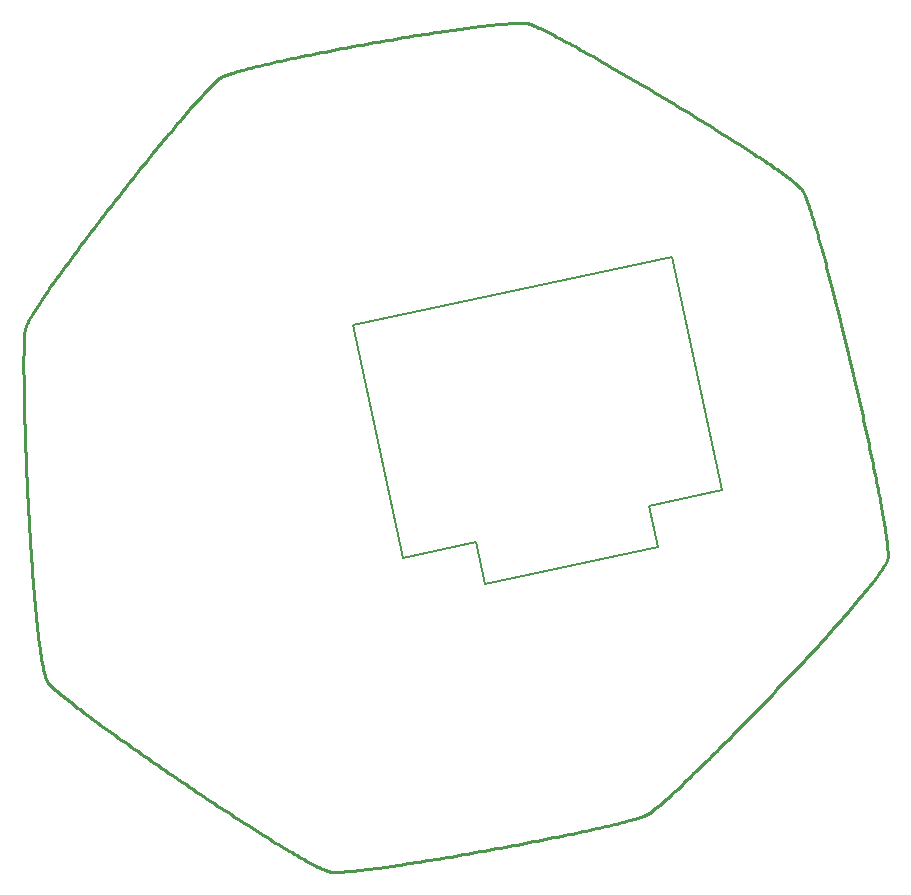
<source format=gbr>
%TF.GenerationSoftware,KiCad,Pcbnew,5.0.2-bee76a0~70~ubuntu18.04.1*%
%TF.CreationDate,2019-02-12T23:17:40+02:00*%
%TF.ProjectId,BLE-NFC-Badge,424c452d-4e46-4432-9d42-616467652e6b,rev?*%
%TF.SameCoordinates,Original*%
%TF.FileFunction,Profile,NP*%
%FSLAX46Y46*%
G04 Gerber Fmt 4.6, Leading zero omitted, Abs format (unit mm)*
G04 Created by KiCad (PCBNEW 5.0.2-bee76a0~70~ubuntu18.04.1) date Tue 12 Feb 2019 11:17:40 PM EET*
%MOMM*%
%LPD*%
G01*
G04 APERTURE LIST*
%ADD10C,0.200000*%
%ADD11C,0.295621*%
G04 APERTURE END LIST*
D10*
X173667010Y-127520488D02*
X172918528Y-123999157D01*
X188339224Y-124401813D02*
X173667010Y-127520488D01*
X187590742Y-120880481D02*
X188339224Y-124401813D01*
X193753072Y-119570638D02*
X187590742Y-120880481D01*
X162556382Y-105550419D02*
X189553256Y-99812056D01*
X166756198Y-125309000D02*
X162556382Y-105550419D01*
X172918528Y-123999157D02*
X166756198Y-125309000D01*
X189553256Y-99812056D02*
X193753072Y-119570638D01*
D11*
X187544739Y-146959292D02*
X187488013Y-146992632D01*
X187608622Y-146918185D02*
X187544739Y-146959292D01*
X187679528Y-146869447D02*
X187608622Y-146918185D01*
X187757322Y-146813210D02*
X187679528Y-146869447D01*
X187841870Y-146749609D02*
X187757322Y-146813210D01*
X187933037Y-146678777D02*
X187841870Y-146749609D01*
X188030691Y-146600849D02*
X187933037Y-146678777D01*
X188134696Y-146515958D02*
X188030691Y-146600849D01*
X188244918Y-146424238D02*
X188134696Y-146515958D01*
X188361223Y-146325824D02*
X188244918Y-146424238D01*
X188483477Y-146220849D02*
X188361223Y-146325824D01*
X188611546Y-146109447D02*
X188483477Y-146220849D01*
X188745294Y-145991752D02*
X188611546Y-146109447D01*
X188884589Y-145867897D02*
X188745294Y-145991752D01*
X189029296Y-145738018D02*
X188884589Y-145867897D01*
X189179280Y-145602247D02*
X189029296Y-145738018D01*
X189334408Y-145460719D02*
X189179280Y-145602247D01*
X189494545Y-145313567D02*
X189334408Y-145460719D01*
X189659556Y-145160926D02*
X189494545Y-145313567D01*
X189829309Y-145002930D02*
X189659556Y-145160926D01*
X190003667Y-144839711D02*
X189829309Y-145002930D01*
X190182498Y-144671405D02*
X190003667Y-144839711D01*
X190365667Y-144498145D02*
X190182498Y-144671405D01*
X190553040Y-144320065D02*
X190365667Y-144498145D01*
X190744483Y-144137299D02*
X190553040Y-144320065D01*
X190939860Y-143949981D02*
X190744483Y-144137299D01*
X191139039Y-143758244D02*
X190939860Y-143949981D01*
X191341885Y-143562224D02*
X191139039Y-143758244D01*
X191548263Y-143362053D02*
X191341885Y-143562224D01*
X191758039Y-143157865D02*
X191548263Y-143362053D01*
X191971080Y-142949795D02*
X191758039Y-143157865D01*
X192187251Y-142737977D02*
X191971080Y-142949795D01*
X192406417Y-142522543D02*
X192187251Y-142737977D01*
X192628445Y-142303629D02*
X192406417Y-142522543D01*
X192853200Y-142081368D02*
X192628445Y-142303629D01*
X193080548Y-141855894D02*
X192853200Y-142081368D01*
X193310355Y-141627341D02*
X193080548Y-141855894D01*
X193542486Y-141395843D02*
X193310355Y-141627341D01*
X193776808Y-141161533D02*
X193542486Y-141395843D01*
X194013185Y-140924547D02*
X193776808Y-141161533D01*
X194251485Y-140685017D02*
X194013185Y-140924547D01*
X194491572Y-140443077D02*
X194251485Y-140685017D01*
X194733313Y-140198862D02*
X194491572Y-140443077D01*
X194976573Y-139952506D02*
X194733313Y-140198862D01*
X195221217Y-139704141D02*
X194976573Y-139952506D01*
X195467113Y-139453903D02*
X195221217Y-139704141D01*
X195714125Y-139201925D02*
X195467113Y-139453903D01*
X195962119Y-138948341D02*
X195714125Y-139201925D01*
X196210961Y-138693285D02*
X195962119Y-138948341D01*
X196460517Y-138436890D02*
X196210961Y-138693285D01*
X196710653Y-138179292D02*
X196460517Y-138436890D01*
X196961234Y-137920623D02*
X196710653Y-138179292D01*
X197212125Y-137661018D02*
X196961234Y-137920623D01*
X197463194Y-137400611D02*
X197212125Y-137661018D01*
X197714306Y-137139534D02*
X197463194Y-137400611D01*
X197965326Y-136877924D02*
X197714306Y-137139534D01*
X198216120Y-136615912D02*
X197965326Y-136877924D01*
X198466554Y-136353634D02*
X198216120Y-136615912D01*
X198716493Y-136091223D02*
X198466554Y-136353634D01*
X198965805Y-135828812D02*
X198716493Y-136091223D01*
X199214353Y-135566537D02*
X198965805Y-135828812D01*
X199462004Y-135304531D02*
X199214353Y-135566537D01*
X199708625Y-135042927D02*
X199462004Y-135304531D01*
X199954080Y-134781860D02*
X199708625Y-135042927D01*
X200198235Y-134521464D02*
X199954080Y-134781860D01*
X200440956Y-134261872D02*
X200198235Y-134521464D01*
X200682109Y-134003219D02*
X200440956Y-134261872D01*
X200921560Y-133745638D02*
X200682109Y-134003219D01*
X201159174Y-133489263D02*
X200921560Y-133745638D01*
X201394818Y-133234229D02*
X201159174Y-133489263D01*
X201628356Y-132980668D02*
X201394818Y-133234229D01*
X201859655Y-132728716D02*
X201628356Y-132980668D01*
X202088581Y-132478505D02*
X201859655Y-132728716D01*
X202314999Y-132230171D02*
X202088581Y-132478505D01*
X202538774Y-131983846D02*
X202314999Y-132230171D01*
X202759774Y-131739665D02*
X202538774Y-131983846D01*
X202977863Y-131497761D02*
X202759774Y-131739665D01*
X203192908Y-131258269D02*
X202977863Y-131497761D01*
X203404774Y-131021322D02*
X203192908Y-131258269D01*
X203613326Y-130787055D02*
X203404774Y-131021322D01*
X203818432Y-130555601D02*
X203613326Y-130787055D01*
X204019955Y-130327094D02*
X203818432Y-130555601D01*
X204217763Y-130101669D02*
X204019955Y-130327094D01*
X204411721Y-129879458D02*
X204217763Y-130101669D01*
X204601695Y-129660596D02*
X204411721Y-129879458D01*
X204787550Y-129445217D02*
X204601695Y-129660596D01*
X204969153Y-129233455D02*
X204787550Y-129445217D01*
X205146368Y-129025444D02*
X204969153Y-129233455D01*
X205319062Y-128821317D02*
X205146368Y-129025444D01*
X205487101Y-128621208D02*
X205319062Y-128821317D01*
X205650350Y-128425252D02*
X205487101Y-128621208D01*
X205808676Y-128233583D02*
X205650350Y-128425252D01*
X205961943Y-128046333D02*
X205808676Y-128233583D01*
X206110018Y-127863638D02*
X205961943Y-128046333D01*
X206252766Y-127685631D02*
X206110018Y-127863638D01*
X206390054Y-127512446D02*
X206252766Y-127685631D01*
X206521747Y-127344217D02*
X206390054Y-127512446D01*
X206647710Y-127181078D02*
X206521747Y-127344217D01*
X206767810Y-127023162D02*
X206647710Y-127181078D01*
X206881912Y-126870604D02*
X206767810Y-127023162D01*
X206989882Y-126723538D02*
X206881912Y-126870604D01*
X207091586Y-126582097D02*
X206989882Y-126723538D01*
X207186890Y-126446416D02*
X207091586Y-126582097D01*
X207275659Y-126316628D02*
X207186890Y-126446416D01*
X207357759Y-126192867D02*
X207275659Y-126316628D01*
X207433056Y-126075267D02*
X207357759Y-126192867D01*
X207501416Y-125963963D02*
X207433056Y-126075267D01*
X207562704Y-125859087D02*
X207501416Y-125963963D01*
X207616786Y-125760774D02*
X207562704Y-125859087D01*
X207663529Y-125669159D02*
X207616786Y-125760774D01*
X207702797Y-125584374D02*
X207663529Y-125669159D01*
X207734456Y-125506553D02*
X207702797Y-125584374D01*
X207758373Y-125435831D02*
X207734456Y-125506553D01*
X207774413Y-125372342D02*
X207758373Y-125435831D01*
X207784238Y-125311993D02*
X207774413Y-125372342D01*
X207791390Y-125241954D02*
X207784238Y-125311993D01*
X207795906Y-125162387D02*
X207791390Y-125241954D01*
X207797826Y-125073453D02*
X207795906Y-125162387D01*
X207797187Y-124975315D02*
X207797826Y-125073453D01*
X207794028Y-124868133D02*
X207797187Y-124975315D01*
X207788387Y-124752070D02*
X207794028Y-124868133D01*
X207780304Y-124627286D02*
X207788387Y-124752070D01*
X207769815Y-124493944D02*
X207780304Y-124627286D01*
X207756959Y-124352204D02*
X207769815Y-124493944D01*
X207741776Y-124202229D02*
X207756959Y-124352204D01*
X207724303Y-124044180D02*
X207741776Y-124202229D01*
X207704578Y-123878218D02*
X207724303Y-124044180D01*
X207682640Y-123704506D02*
X207704578Y-123878218D01*
X207658528Y-123523204D02*
X207682640Y-123704506D01*
X207632279Y-123334474D02*
X207658528Y-123523204D01*
X207603932Y-123138478D02*
X207632279Y-123334474D01*
X207573526Y-122935378D02*
X207603932Y-123138478D01*
X207541099Y-122725334D02*
X207573526Y-122935378D01*
X207506688Y-122508509D02*
X207541099Y-122725334D01*
X207470334Y-122285063D02*
X207506688Y-122508509D01*
X207432073Y-122055160D02*
X207470334Y-122285063D01*
X207391945Y-121818959D02*
X207432073Y-122055160D01*
X207349987Y-121576623D02*
X207391945Y-121818959D01*
X207306239Y-121328313D02*
X207349987Y-121576623D01*
X207260738Y-121074191D02*
X207306239Y-121328313D01*
X207213523Y-120814418D02*
X207260738Y-121074191D01*
X207164632Y-120549157D02*
X207213523Y-120814418D01*
X207114104Y-120278567D02*
X207164632Y-120549157D01*
X207061976Y-120002812D02*
X207114104Y-120278567D01*
X207008288Y-119722052D02*
X207061976Y-120002812D01*
X206953078Y-119436449D02*
X207008288Y-119722052D01*
X206896384Y-119146165D02*
X206953078Y-119436449D01*
X206838244Y-118851361D02*
X206896384Y-119146165D01*
X206778697Y-118552199D02*
X206838244Y-118851361D01*
X206717781Y-118248840D02*
X206778697Y-118552199D01*
X206655535Y-117941446D02*
X206717781Y-118248840D01*
X206591997Y-117630179D02*
X206655535Y-117941446D01*
X206527205Y-117315199D02*
X206591997Y-117630179D01*
X206461198Y-116996669D02*
X206527205Y-117315199D01*
X206394014Y-116674750D02*
X206461198Y-116996669D01*
X206325692Y-116349604D02*
X206394014Y-116674750D01*
X206256269Y-116021392D02*
X206325692Y-116349604D01*
X206185785Y-115690276D02*
X206256269Y-116021392D01*
X206114277Y-115356417D02*
X206185785Y-115690276D01*
X206041784Y-115019977D02*
X206114277Y-115356417D01*
X205968344Y-114681117D02*
X206041784Y-115019977D01*
X205893997Y-114340000D02*
X205968344Y-114681117D01*
X205818779Y-113996785D02*
X205893997Y-114340000D01*
X205742730Y-113651636D02*
X205818779Y-113996785D01*
X205665888Y-113304714D02*
X205742730Y-113651636D01*
X205588290Y-112956180D02*
X205665888Y-113304714D01*
X205509977Y-112606196D02*
X205588290Y-112956180D01*
X205430985Y-112254923D02*
X205509977Y-112606196D01*
X205351354Y-111902523D02*
X205430985Y-112254923D01*
X205271122Y-111549157D02*
X205351354Y-111902523D01*
X205190327Y-111194987D02*
X205271122Y-111549157D01*
X205109007Y-110840175D02*
X205190327Y-111194987D01*
X205027201Y-110484882D02*
X205109007Y-110840175D01*
X204944947Y-110129270D02*
X205027201Y-110484882D01*
X204862284Y-109773500D02*
X204944947Y-110129270D01*
X204779250Y-109417733D02*
X204862284Y-109773500D01*
X204695883Y-109062132D02*
X204779250Y-109417733D01*
X204612222Y-108706858D02*
X204695883Y-109062132D01*
X204528305Y-108352072D02*
X204612222Y-108706858D01*
X204444171Y-107997937D02*
X204528305Y-108352072D01*
X204359857Y-107644612D02*
X204444171Y-107997937D01*
X204275403Y-107292261D02*
X204359857Y-107644612D01*
X204190846Y-106941045D02*
X204275403Y-107292261D01*
X204106225Y-106591125D02*
X204190846Y-106941045D01*
X204021579Y-106242662D02*
X204106225Y-106591125D01*
X203936945Y-105895819D02*
X204021579Y-106242662D01*
X203852363Y-105550757D02*
X203936945Y-105895819D01*
X203767870Y-105207637D02*
X203852363Y-105550757D01*
X203683505Y-104866622D02*
X203767870Y-105207637D01*
X203599306Y-104527871D02*
X203683505Y-104866622D01*
X203515312Y-104191548D02*
X203599306Y-104527871D01*
X203431560Y-103857814D02*
X203515312Y-104191548D01*
X203348090Y-103526830D02*
X203431560Y-103857814D01*
X203264940Y-103198757D02*
X203348090Y-103526830D01*
X203182148Y-102873758D02*
X203264940Y-103198757D01*
X203099753Y-102551994D02*
X203182148Y-102873758D01*
X203017792Y-102233626D02*
X203099753Y-102551994D01*
X202936305Y-101918816D02*
X203017792Y-102233626D01*
X202855329Y-101607726D02*
X202936305Y-101918816D01*
X202774903Y-101300517D02*
X202855329Y-101607726D01*
X202695066Y-100997351D02*
X202774903Y-101300517D01*
X202615855Y-100698389D02*
X202695066Y-100997351D01*
X202537309Y-100403792D02*
X202615855Y-100698389D01*
X202459467Y-100113723D02*
X202537309Y-100403792D01*
X202382367Y-99828343D02*
X202459467Y-100113723D01*
X202306047Y-99547813D02*
X202382367Y-99828343D01*
X202230546Y-99272295D02*
X202306047Y-99547813D01*
X202155902Y-99001951D02*
X202230546Y-99272295D01*
X202082153Y-98736942D02*
X202155902Y-99001951D01*
X202009338Y-98477430D02*
X202082153Y-98736942D01*
X201937495Y-98223576D02*
X202009338Y-98477430D01*
X201866662Y-97975541D02*
X201937495Y-98223576D01*
X201796879Y-97733488D02*
X201866662Y-97975541D01*
X201728182Y-97497578D02*
X201796879Y-97733488D01*
X201660612Y-97267972D02*
X201728182Y-97497578D01*
X201594205Y-97044833D02*
X201660612Y-97267972D01*
X201529000Y-96828321D02*
X201594205Y-97044833D01*
X201465037Y-96618598D02*
X201529000Y-96828321D01*
X201402353Y-96415825D02*
X201465037Y-96618598D01*
X201340986Y-96220165D02*
X201402353Y-96415825D01*
X201280975Y-96031779D02*
X201340986Y-96220165D01*
X201222358Y-95850828D02*
X201280975Y-96031779D01*
X201165174Y-95677474D02*
X201222358Y-95850828D01*
X201109461Y-95511878D02*
X201165174Y-95677474D01*
X201055257Y-95354203D02*
X201109461Y-95511878D01*
X201002601Y-95204609D02*
X201055257Y-95354203D01*
X200951531Y-95063258D02*
X201002601Y-95204609D01*
X200902086Y-94930311D02*
X200951531Y-95063258D01*
X200854303Y-94805931D02*
X200902086Y-94930311D01*
X200808222Y-94690279D02*
X200854303Y-94805931D01*
X200763881Y-94583516D02*
X200808222Y-94690279D01*
X200721317Y-94485804D02*
X200763881Y-94583516D01*
X200680570Y-94397305D02*
X200721317Y-94485804D01*
X200641678Y-94318179D02*
X200680570Y-94397305D01*
X200604679Y-94248589D02*
X200641678Y-94318179D01*
X200569611Y-94188696D02*
X200604679Y-94248589D01*
X200536513Y-94138662D02*
X200569611Y-94188696D01*
X200493515Y-94082695D02*
X200536513Y-94138662D01*
X200440576Y-94021429D02*
X200493515Y-94082695D01*
X200377886Y-93954975D02*
X200440576Y-94021429D01*
X200305636Y-93883444D02*
X200377886Y-93954975D01*
X200224014Y-93806946D02*
X200305636Y-93883444D01*
X200133212Y-93725592D02*
X200224014Y-93806946D01*
X200033419Y-93639493D02*
X200133212Y-93725592D01*
X199924825Y-93548758D02*
X200033419Y-93639493D01*
X199807620Y-93453499D02*
X199924825Y-93548758D01*
X199681995Y-93353826D02*
X199807620Y-93453499D01*
X199548138Y-93249850D02*
X199681995Y-93353826D01*
X199406241Y-93141682D02*
X199548138Y-93249850D01*
X199256492Y-93029431D02*
X199406241Y-93141682D01*
X199099083Y-92913209D02*
X199256492Y-93029431D01*
X198934203Y-92793126D02*
X199099083Y-92913209D01*
X198762042Y-92669293D02*
X198934203Y-92793126D01*
X198582790Y-92541820D02*
X198762042Y-92669293D01*
X198396637Y-92410818D02*
X198582790Y-92541820D01*
X198203773Y-92276397D02*
X198396637Y-92410818D01*
X198004388Y-92138669D02*
X198203773Y-92276397D01*
X197798672Y-91997743D02*
X198004388Y-92138669D01*
X197586816Y-91853730D02*
X197798672Y-91997743D01*
X197369008Y-91706742D02*
X197586816Y-91853730D01*
X197145439Y-91556888D02*
X197369008Y-91706742D01*
X196916300Y-91404278D02*
X197145439Y-91556888D01*
X196681779Y-91249025D02*
X196916300Y-91404278D01*
X196442067Y-91091237D02*
X196681779Y-91249025D01*
X196197355Y-90931027D02*
X196442067Y-91091237D01*
X195947831Y-90768504D02*
X196197355Y-90931027D01*
X195693686Y-90603778D02*
X195947831Y-90768504D01*
X195435110Y-90436962D02*
X195693686Y-90603778D01*
X195172294Y-90268164D02*
X195435110Y-90436962D01*
X194905426Y-90097497D02*
X195172294Y-90268164D01*
X194634697Y-89925069D02*
X194905426Y-90097497D01*
X194360297Y-89750993D02*
X194634697Y-89925069D01*
X194082416Y-89575378D02*
X194360297Y-89750993D01*
X193801244Y-89398335D02*
X194082416Y-89575378D01*
X193516970Y-89219975D02*
X193801244Y-89398335D01*
X193229786Y-89040408D02*
X193516970Y-89219975D01*
X192939881Y-88859745D02*
X193229786Y-89040408D01*
X192647444Y-88678096D02*
X192939881Y-88859745D01*
X192352666Y-88495573D02*
X192647444Y-88678096D01*
X192055738Y-88312285D02*
X192352666Y-88495573D01*
X191756848Y-88128344D02*
X192055738Y-88312285D01*
X191456186Y-87943859D02*
X191756848Y-88128344D01*
X191153944Y-87758941D02*
X191456186Y-87943859D01*
X190850311Y-87573702D02*
X191153944Y-87758941D01*
X190545476Y-87388251D02*
X190850311Y-87573702D01*
X190239630Y-87202700D02*
X190545476Y-87388251D01*
X189932963Y-87017158D02*
X190239630Y-87202700D01*
X189625665Y-86831736D02*
X189932963Y-87017158D01*
X189317926Y-86646546D02*
X189625665Y-86831736D01*
X189009935Y-86461697D02*
X189317926Y-86646546D01*
X188701884Y-86277300D02*
X189009935Y-86461697D01*
X188393960Y-86093466D02*
X188701884Y-86277300D01*
X188086356Y-85910305D02*
X188393960Y-86093466D01*
X187779261Y-85727928D02*
X188086356Y-85910305D01*
X187472864Y-85546446D02*
X187779261Y-85727928D01*
X187167356Y-85365968D02*
X187472864Y-85546446D01*
X186862927Y-85186606D02*
X187167356Y-85365968D01*
X186559766Y-85008471D02*
X186862927Y-85186606D01*
X186258064Y-84831672D02*
X186559766Y-85008471D01*
X185958011Y-84656321D02*
X186258064Y-84831672D01*
X185659797Y-84482528D02*
X185958011Y-84656321D01*
X185363611Y-84310403D02*
X185659797Y-84482528D01*
X185069644Y-84140058D02*
X185363611Y-84310403D01*
X184778086Y-83971602D02*
X185069644Y-84140058D01*
X184489126Y-83805147D02*
X184778086Y-83971602D01*
X184202955Y-83640803D02*
X184489126Y-83805147D01*
X183919763Y-83478680D02*
X184202955Y-83640803D01*
X183639739Y-83318889D02*
X183919763Y-83478680D01*
X183363074Y-83161542D02*
X183639739Y-83318889D01*
X183089957Y-83006747D02*
X183363074Y-83161542D01*
X182820579Y-82854616D02*
X183089957Y-83006747D01*
X182555130Y-82705260D02*
X182820579Y-82854616D01*
X182293799Y-82558789D02*
X182555130Y-82705260D01*
X182036777Y-82415314D02*
X182293799Y-82558789D01*
X181784254Y-82274945D02*
X182036777Y-82415314D01*
X181536419Y-82137793D02*
X181784254Y-82274945D01*
X181293463Y-82003968D02*
X181536419Y-82137793D01*
X181055575Y-81873581D02*
X181293463Y-82003968D01*
X180822946Y-81746743D02*
X181055575Y-81873581D01*
X180595765Y-81623565D02*
X180822946Y-81746743D01*
X180374223Y-81504155D02*
X180595765Y-81623565D01*
X180158510Y-81388627D02*
X180374223Y-81504155D01*
X179948815Y-81277089D02*
X180158510Y-81388627D01*
X179745328Y-81169653D02*
X179948815Y-81277089D01*
X179548240Y-81066429D02*
X179745328Y-81169653D01*
X179357741Y-80967528D02*
X179548240Y-81066429D01*
X179174020Y-80873060D02*
X179357741Y-80967528D01*
X178997267Y-80783136D02*
X179174020Y-80873060D01*
X178827673Y-80697867D02*
X178997267Y-80783136D01*
X178665428Y-80617363D02*
X178827673Y-80697867D01*
X178510721Y-80541734D02*
X178665428Y-80617363D01*
X178363742Y-80471092D02*
X178510721Y-80541734D01*
X178224682Y-80405547D02*
X178363742Y-80471092D01*
X178093730Y-80345209D02*
X178224682Y-80405547D01*
X177971077Y-80290189D02*
X178093730Y-80345209D01*
X177856912Y-80240598D02*
X177971077Y-80290189D01*
X177751425Y-80196546D02*
X177856912Y-80240598D01*
X177654807Y-80158144D02*
X177751425Y-80196546D01*
X177567248Y-80125502D02*
X177654807Y-80158144D01*
X177488936Y-80098731D02*
X177567248Y-80125502D01*
X177420063Y-80077942D02*
X177488936Y-80098731D01*
X177349103Y-80061148D02*
X177420063Y-80077942D01*
X177267065Y-80046958D02*
X177349103Y-80061148D01*
X177174172Y-80035330D02*
X177267065Y-80046958D01*
X177070647Y-80026221D02*
X177174172Y-80035330D01*
X176956713Y-80019590D02*
X177070647Y-80026221D01*
X176832594Y-80015395D02*
X176956713Y-80019590D01*
X176698511Y-80013594D02*
X176832594Y-80015395D01*
X176554689Y-80014145D02*
X176698511Y-80013594D01*
X176401350Y-80017006D02*
X176554689Y-80014145D01*
X176238717Y-80022135D02*
X176401350Y-80017006D01*
X176067013Y-80029490D02*
X176238717Y-80022135D01*
X175886461Y-80039030D02*
X176067013Y-80029490D01*
X175697283Y-80050711D02*
X175886461Y-80039030D01*
X175499704Y-80064493D02*
X175697283Y-80050711D01*
X175293946Y-80080333D02*
X175499704Y-80064493D01*
X175080232Y-80098190D02*
X175293946Y-80080333D01*
X174858784Y-80118021D02*
X175080232Y-80098190D01*
X174629827Y-80139785D02*
X174858784Y-80118021D01*
X174393582Y-80163439D02*
X174629827Y-80139785D01*
X174150273Y-80188941D02*
X174393582Y-80163439D01*
X173900123Y-80216251D02*
X174150273Y-80188941D01*
X173643354Y-80245325D02*
X173900123Y-80216251D01*
X173380191Y-80276122D02*
X173643354Y-80245325D01*
X173110855Y-80308599D02*
X173380191Y-80276122D01*
X172835569Y-80342716D02*
X173110855Y-80308599D01*
X172554557Y-80378429D02*
X172835569Y-80342716D01*
X172268042Y-80415698D02*
X172554557Y-80378429D01*
X171976247Y-80454479D02*
X172268042Y-80415698D01*
X171679394Y-80494731D02*
X171976247Y-80454479D01*
X171377706Y-80536413D02*
X171679394Y-80494731D01*
X171071407Y-80579481D02*
X171377706Y-80536413D01*
X170760720Y-80623895D02*
X171071407Y-80579481D01*
X170445867Y-80669612D02*
X170760720Y-80623895D01*
X170127071Y-80716591D02*
X170445867Y-80669612D01*
X169804556Y-80764788D02*
X170127071Y-80716591D01*
X169478544Y-80814164D02*
X169804556Y-80764788D01*
X169149259Y-80864674D02*
X169478544Y-80814164D01*
X168816923Y-80916278D02*
X169149259Y-80864674D01*
X168481759Y-80968934D02*
X168816923Y-80916278D01*
X168143990Y-81022599D02*
X168481759Y-80968934D01*
X167803840Y-81077232D02*
X168143990Y-81022599D01*
X167461531Y-81132791D02*
X167803840Y-81077232D01*
X167117286Y-81189233D02*
X167461531Y-81132791D01*
X166771328Y-81246518D02*
X167117286Y-81189233D01*
X166423881Y-81304602D02*
X166771328Y-81246518D01*
X166075166Y-81363444D02*
X166423881Y-81304602D01*
X165725408Y-81423002D02*
X166075166Y-81363444D01*
X165374828Y-81483234D02*
X165725408Y-81423002D01*
X165023651Y-81544098D02*
X165374828Y-81483234D01*
X164672099Y-81605552D02*
X165023651Y-81544098D01*
X164320395Y-81667555D02*
X164672099Y-81605552D01*
X163968761Y-81730063D02*
X164320395Y-81667555D01*
X163617422Y-81793036D02*
X163968761Y-81730063D01*
X163266599Y-81856431D02*
X163617422Y-81793036D01*
X162916517Y-81920207D02*
X163266599Y-81856431D01*
X162567397Y-81984321D02*
X162916517Y-81920207D01*
X162219463Y-82048731D02*
X162567397Y-81984321D01*
X161872938Y-82113396D02*
X162219463Y-82048731D01*
X161528045Y-82178274D02*
X161872938Y-82113396D01*
X161185006Y-82243322D02*
X161528045Y-82178274D01*
X160844045Y-82308499D02*
X161185006Y-82243322D01*
X160505385Y-82373763D02*
X160844045Y-82308499D01*
X160169249Y-82439071D02*
X160505385Y-82373763D01*
X159835859Y-82504383D02*
X160169249Y-82439071D01*
X159505439Y-82569655D02*
X159835859Y-82504383D01*
X159178211Y-82634846D02*
X159505439Y-82569655D01*
X158854399Y-82699914D02*
X159178211Y-82634846D01*
X158534226Y-82764817D02*
X158854399Y-82699914D01*
X158217914Y-82829513D02*
X158534226Y-82764817D01*
X157905686Y-82893960D02*
X158217914Y-82829513D01*
X157597766Y-82958117D02*
X157905686Y-82893960D01*
X157294377Y-83021941D02*
X157597766Y-82958117D01*
X156995740Y-83085390D02*
X157294377Y-83021941D01*
X156702081Y-83148422D02*
X156995740Y-83085390D01*
X156413620Y-83210996D02*
X156702081Y-83148422D01*
X156130582Y-83273069D02*
X156413620Y-83210996D01*
X155853189Y-83334600D02*
X156130582Y-83273069D01*
X155581665Y-83395546D02*
X155853189Y-83334600D01*
X155316231Y-83455866D02*
X155581665Y-83395546D01*
X155057112Y-83515517D02*
X155316231Y-83455866D01*
X154804531Y-83574459D02*
X155057112Y-83515517D01*
X154558709Y-83632648D02*
X154804531Y-83574459D01*
X154319871Y-83690042D02*
X154558709Y-83632648D01*
X154088238Y-83746601D02*
X154319871Y-83690042D01*
X153864035Y-83802281D02*
X154088238Y-83746601D01*
X153647484Y-83857042D02*
X153864035Y-83802281D01*
X153438808Y-83910840D02*
X153647484Y-83857042D01*
X153238229Y-83963635D02*
X153438808Y-83910840D01*
X153045972Y-84015383D02*
X153238229Y-83963635D01*
X152862259Y-84066044D02*
X153045972Y-84015383D01*
X152687313Y-84115575D02*
X152862259Y-84066044D01*
X152521357Y-84163934D02*
X152687313Y-84115575D01*
X152364613Y-84211080D02*
X152521357Y-84163934D01*
X152217306Y-84256970D02*
X152364613Y-84211080D01*
X152079657Y-84301562D02*
X152217306Y-84256970D01*
X151951890Y-84344815D02*
X152079657Y-84301562D01*
X151834228Y-84386686D02*
X151951890Y-84344815D01*
X151726894Y-84427134D02*
X151834228Y-84386686D01*
X151630110Y-84466117D02*
X151726894Y-84427134D01*
X151544100Y-84503592D02*
X151630110Y-84466117D01*
X151469087Y-84539517D02*
X151544100Y-84503592D01*
X151405293Y-84573852D02*
X151469087Y-84539517D01*
X151344948Y-84611369D02*
X151405293Y-84573852D01*
X151277988Y-84658046D02*
X151344948Y-84611369D01*
X151204551Y-84713707D02*
X151277988Y-84658046D01*
X151124774Y-84778180D02*
X151204551Y-84713707D01*
X151038796Y-84851290D02*
X151124774Y-84778180D01*
X150946753Y-84932865D02*
X151038796Y-84851290D01*
X150848783Y-85022730D02*
X150946753Y-84932865D01*
X150745024Y-85120711D02*
X150848783Y-85022730D01*
X150635613Y-85226635D02*
X150745024Y-85120711D01*
X150520689Y-85340328D02*
X150635613Y-85226635D01*
X150400388Y-85461616D02*
X150520689Y-85340328D01*
X150274848Y-85590326D02*
X150400388Y-85461616D01*
X150144208Y-85726284D02*
X150274848Y-85590326D01*
X150008603Y-85869316D02*
X150144208Y-85726284D01*
X149868173Y-86019249D02*
X150008603Y-85869316D01*
X149723054Y-86175908D02*
X149868173Y-86019249D01*
X149573385Y-86339120D02*
X149723054Y-86175908D01*
X149419302Y-86508711D02*
X149573385Y-86339120D01*
X149260944Y-86684508D02*
X149419302Y-86508711D01*
X149098448Y-86866337D02*
X149260944Y-86684508D01*
X148931951Y-87054023D02*
X149098448Y-86866337D01*
X148761592Y-87247394D02*
X148931951Y-87054023D01*
X148587508Y-87446276D02*
X148761592Y-87247394D01*
X148409836Y-87650494D02*
X148587508Y-87446276D01*
X148228714Y-87859876D02*
X148409836Y-87650494D01*
X148044279Y-88074247D02*
X148228714Y-87859876D01*
X147856670Y-88293434D02*
X148044279Y-88074247D01*
X147666024Y-88517262D02*
X147856670Y-88293434D01*
X147472479Y-88745559D02*
X147666024Y-88517262D01*
X147276171Y-88978151D02*
X147472479Y-88745559D01*
X147077239Y-89214863D02*
X147276171Y-88978151D01*
X146875820Y-89455522D02*
X147077239Y-89214863D01*
X146672052Y-89699955D02*
X146875820Y-89455522D01*
X146466073Y-89947987D02*
X146672052Y-89699955D01*
X146258019Y-90199445D02*
X146466073Y-89947987D01*
X146048030Y-90454155D02*
X146258019Y-90199445D01*
X145836241Y-90711944D02*
X146048030Y-90454155D01*
X145622792Y-90972637D02*
X145836241Y-90711944D01*
X145407819Y-91236061D02*
X145622792Y-90972637D01*
X145191459Y-91502043D02*
X145407819Y-91236061D01*
X144973852Y-91770408D02*
X145191459Y-91502043D01*
X144755134Y-92040982D02*
X144973852Y-91770408D01*
X144535443Y-92313593D02*
X144755134Y-92040982D01*
X144314916Y-92588066D02*
X144535443Y-92313593D01*
X144093691Y-92864228D02*
X144314916Y-92588066D01*
X143871906Y-93141904D02*
X144093691Y-92864228D01*
X143649698Y-93420922D02*
X143871906Y-93141904D01*
X143427205Y-93701107D02*
X143649698Y-93420922D01*
X143204565Y-93982286D02*
X143427205Y-93701107D01*
X142981914Y-94264285D02*
X143204565Y-93982286D01*
X142759392Y-94546930D02*
X142981914Y-94264285D01*
X142537134Y-94830047D02*
X142759392Y-94546930D01*
X142315280Y-95113463D02*
X142537134Y-94830047D01*
X142093965Y-95397005D02*
X142315280Y-95113463D01*
X141873329Y-95680497D02*
X142093965Y-95397005D01*
X141653509Y-95963767D02*
X141873329Y-95680497D01*
X141434642Y-96246641D02*
X141653509Y-95963767D01*
X141216866Y-96528945D02*
X141434642Y-96246641D01*
X141000318Y-96810506D02*
X141216866Y-96528945D01*
X140785136Y-97091149D02*
X141000318Y-96810506D01*
X140571459Y-97370701D02*
X140785136Y-97091149D01*
X140359422Y-97648989D02*
X140571459Y-97370701D01*
X140149164Y-97925837D02*
X140359422Y-97648989D01*
X139940823Y-98201074D02*
X140149164Y-97925837D01*
X139734536Y-98474525D02*
X139940823Y-98201074D01*
X139530440Y-98746016D02*
X139734536Y-98474525D01*
X139328674Y-99015373D02*
X139530440Y-98746016D01*
X139129374Y-99282424D02*
X139328674Y-99015373D01*
X138932680Y-99546993D02*
X139129374Y-99282424D01*
X138738727Y-99808908D02*
X138932680Y-99546993D01*
X138547654Y-100067995D02*
X138738727Y-99808908D01*
X138359598Y-100324079D02*
X138547654Y-100067995D01*
X138174697Y-100576988D02*
X138359598Y-100324079D01*
X137993089Y-100826547D02*
X138174697Y-100576988D01*
X137814910Y-101072583D02*
X137993089Y-100826547D01*
X137640300Y-101314922D02*
X137814910Y-101072583D01*
X137469395Y-101553391D02*
X137640300Y-101314922D01*
X137302332Y-101787815D02*
X137469395Y-101553391D01*
X137139250Y-102018020D02*
X137302332Y-101787815D01*
X136980287Y-102243834D02*
X137139250Y-102018020D01*
X136825578Y-102465083D02*
X136980287Y-102243834D01*
X136675264Y-102681591D02*
X136825578Y-102465083D01*
X136529480Y-102893187D02*
X136675264Y-102681591D01*
X136388364Y-103099696D02*
X136529480Y-102893187D01*
X136252055Y-103300945D02*
X136388364Y-103099696D01*
X136120690Y-103496759D02*
X136252055Y-103300945D01*
X135994405Y-103686966D02*
X136120690Y-103496759D01*
X135873340Y-103871390D02*
X135994405Y-103686966D01*
X135757631Y-104049860D02*
X135873340Y-103871390D01*
X135647416Y-104222200D02*
X135757631Y-104049860D01*
X135542833Y-104388237D02*
X135647416Y-104222200D01*
X135444020Y-104547798D02*
X135542833Y-104388237D01*
X135351113Y-104700708D02*
X135444020Y-104547798D01*
X135264251Y-104846794D02*
X135351113Y-104700708D01*
X135183570Y-104985882D02*
X135264251Y-104846794D01*
X135109210Y-105117799D02*
X135183570Y-104985882D01*
X135041307Y-105242371D02*
X135109210Y-105117799D01*
X134979999Y-105359423D02*
X135041307Y-105242371D01*
X134925423Y-105468783D02*
X134979999Y-105359423D01*
X134877717Y-105570277D02*
X134925423Y-105468783D01*
X134837020Y-105663730D02*
X134877717Y-105570277D01*
X134803467Y-105748970D02*
X134837020Y-105663730D01*
X134777197Y-105825822D02*
X134803467Y-105748970D01*
X134758348Y-105894112D02*
X134777197Y-105825822D01*
X134745065Y-105957270D02*
X134758348Y-105894112D01*
X134732512Y-106030948D02*
X134745065Y-105957270D01*
X134720682Y-106114960D02*
X134732512Y-106030948D01*
X134709570Y-106209118D02*
X134720682Y-106114960D01*
X134699170Y-106313233D02*
X134709570Y-106209118D01*
X134689478Y-106427119D02*
X134699170Y-106313233D01*
X134680487Y-106550588D02*
X134689478Y-106427119D01*
X134672193Y-106683453D02*
X134680487Y-106550588D01*
X134664589Y-106825525D02*
X134672193Y-106683453D01*
X134657671Y-106976617D02*
X134664589Y-106825525D01*
X134651432Y-107136541D02*
X134657671Y-106976617D01*
X134645867Y-107305111D02*
X134651432Y-107136541D01*
X134640971Y-107482138D02*
X134645867Y-107305111D01*
X134636738Y-107667434D02*
X134640971Y-107482138D01*
X134633164Y-107860813D02*
X134636738Y-107667434D01*
X134630241Y-108062087D02*
X134633164Y-107860813D01*
X134627965Y-108271067D02*
X134630241Y-108062087D01*
X134626330Y-108487567D02*
X134627965Y-108271067D01*
X134625331Y-108711399D02*
X134626330Y-108487567D01*
X134624963Y-108942375D02*
X134625331Y-108711399D01*
X134625219Y-109180307D02*
X134624963Y-108942375D01*
X134626094Y-109425009D02*
X134625219Y-109180307D01*
X134627584Y-109676292D02*
X134626094Y-109425009D01*
X134629681Y-109933969D02*
X134627584Y-109676292D01*
X134632382Y-110197852D02*
X134629681Y-109933969D01*
X134635680Y-110467754D02*
X134632382Y-110197852D01*
X134639569Y-110743487D02*
X134635680Y-110467754D01*
X134644046Y-111024864D02*
X134639569Y-110743487D01*
X134649103Y-111311696D02*
X134644046Y-111024864D01*
X134654735Y-111603797D02*
X134649103Y-111311696D01*
X134660937Y-111900979D02*
X134654735Y-111603797D01*
X134667704Y-112203053D02*
X134660937Y-111900979D01*
X134675029Y-112509834D02*
X134667704Y-112203053D01*
X134682909Y-112821132D02*
X134675029Y-112509834D01*
X134691336Y-113136761D02*
X134682909Y-112821132D01*
X134700305Y-113456532D02*
X134691336Y-113136761D01*
X134709811Y-113780259D02*
X134700305Y-113456532D01*
X134719849Y-114107753D02*
X134709811Y-113780259D01*
X134730413Y-114438827D02*
X134719849Y-114107753D01*
X134741497Y-114773294D02*
X134730413Y-114438827D01*
X134753097Y-115110965D02*
X134741497Y-114773294D01*
X134765206Y-115451654D02*
X134753097Y-115110965D01*
X134777819Y-115795173D02*
X134765206Y-115451654D01*
X134790930Y-116141333D02*
X134777819Y-115795173D01*
X134804534Y-116489948D02*
X134790930Y-116141333D01*
X134818627Y-116840830D02*
X134804534Y-116489948D01*
X134833201Y-117193792D02*
X134818627Y-116840830D01*
X134848251Y-117548645D02*
X134833201Y-117193792D01*
X134863773Y-117905202D02*
X134848251Y-117548645D01*
X134879760Y-118263276D02*
X134863773Y-117905202D01*
X134896208Y-118622678D02*
X134879760Y-118263276D01*
X134913110Y-118983222D02*
X134896208Y-118622678D01*
X134930461Y-119344720D02*
X134913110Y-118983222D01*
X134948256Y-119706984D02*
X134930461Y-119344720D01*
X134966489Y-120069827D02*
X134948256Y-119706984D01*
X134985155Y-120433060D02*
X134966489Y-120069827D01*
X135004247Y-120796497D02*
X134985155Y-120433060D01*
X135023762Y-121159950D02*
X135004247Y-120796497D01*
X135043693Y-121523231D02*
X135023762Y-121159950D01*
X135064034Y-121886153D02*
X135043693Y-121523231D01*
X135084781Y-122248527D02*
X135064034Y-121886153D01*
X135105927Y-122610168D02*
X135084781Y-122248527D01*
X135127468Y-122970886D02*
X135105927Y-122610168D01*
X135149397Y-123330494D02*
X135127468Y-122970886D01*
X135171709Y-123688805D02*
X135149397Y-123330494D01*
X135194400Y-124045632D02*
X135171709Y-123688805D01*
X135217462Y-124400785D02*
X135194400Y-124045632D01*
X135240891Y-124754079D02*
X135217462Y-124400785D01*
X135264682Y-125105325D02*
X135240891Y-124754079D01*
X135288829Y-125454336D02*
X135264682Y-125105325D01*
X135313325Y-125800924D02*
X135288829Y-125454336D01*
X135338167Y-126144901D02*
X135313325Y-125800924D01*
X135363348Y-126486080D02*
X135338167Y-126144901D01*
X135388862Y-126824274D02*
X135363348Y-126486080D01*
X135414706Y-127159295D02*
X135388862Y-126824274D01*
X135440871Y-127490955D02*
X135414706Y-127159295D01*
X135467355Y-127819066D02*
X135440871Y-127490955D01*
X135494150Y-128143442D02*
X135467355Y-127819066D01*
X135521252Y-128463894D02*
X135494150Y-128143442D01*
X135548654Y-128780235D02*
X135521252Y-128463894D01*
X135576352Y-129092277D02*
X135548654Y-128780235D01*
X135604340Y-129399833D02*
X135576352Y-129092277D01*
X135632612Y-129702714D02*
X135604340Y-129399833D01*
X135661163Y-130000735D02*
X135632612Y-129702714D01*
X135689988Y-130293706D02*
X135661163Y-130000735D01*
X135719080Y-130581441D02*
X135689988Y-130293706D01*
X135748436Y-130863751D02*
X135719080Y-130581441D01*
X135778048Y-131140449D02*
X135748436Y-130863751D01*
X135807911Y-131411348D02*
X135778048Y-131140449D01*
X135838021Y-131676260D02*
X135807911Y-131411348D01*
X135868371Y-131934998D02*
X135838021Y-131676260D01*
X135898956Y-132187373D02*
X135868371Y-131934998D01*
X135929771Y-132433198D02*
X135898956Y-132187373D01*
X135960809Y-132672286D02*
X135929771Y-132433198D01*
X135992066Y-132904449D02*
X135960809Y-132672286D01*
X136023537Y-133129499D02*
X135992066Y-132904449D01*
X136055215Y-133347250D02*
X136023537Y-133129499D01*
X136087095Y-133557512D02*
X136055215Y-133347250D01*
X136119171Y-133760099D02*
X136087095Y-133557512D01*
X136151439Y-133954823D02*
X136119171Y-133760099D01*
X136183892Y-134141497D02*
X136151439Y-133954823D01*
X136216526Y-134319932D02*
X136183892Y-134141497D01*
X136249334Y-134489942D02*
X136216526Y-134319932D01*
X136282311Y-134651339D02*
X136249334Y-134489942D01*
X136315452Y-134803934D02*
X136282311Y-134651339D01*
X136348751Y-134947541D02*
X136315452Y-134803934D01*
X136382202Y-135081972D02*
X136348751Y-134947541D01*
X136415801Y-135207040D02*
X136382202Y-135081972D01*
X136449542Y-135322556D02*
X136415801Y-135207040D01*
X136483419Y-135428333D02*
X136449542Y-135322556D01*
X136517426Y-135524184D02*
X136483419Y-135428333D01*
X136551559Y-135609921D02*
X136517426Y-135524184D01*
X136585811Y-135685357D02*
X136551559Y-135609921D01*
X136620178Y-135750303D02*
X136585811Y-135685357D01*
X136654653Y-135804572D02*
X136620178Y-135750303D01*
X136695005Y-135858084D02*
X136654653Y-135804572D01*
X136744408Y-135917286D02*
X136695005Y-135858084D01*
X136802699Y-135982069D02*
X136744408Y-135917286D01*
X136869719Y-136052320D02*
X136802699Y-135982069D01*
X136945304Y-136127929D02*
X136869719Y-136052320D01*
X137029294Y-136208784D02*
X136945304Y-136127929D01*
X137121526Y-136294776D02*
X137029294Y-136208784D01*
X137221839Y-136385792D02*
X137121526Y-136294776D01*
X137330072Y-136481722D02*
X137221839Y-136385792D01*
X137446063Y-136582455D02*
X137330072Y-136481722D01*
X137569650Y-136687880D02*
X137446063Y-136582455D01*
X137700672Y-136797886D02*
X137569650Y-136687880D01*
X137838966Y-136912361D02*
X137700672Y-136797886D01*
X137984372Y-137031196D02*
X137838966Y-136912361D01*
X138136728Y-137154279D02*
X137984372Y-137031196D01*
X138295872Y-137281498D02*
X138136728Y-137154279D01*
X138461642Y-137412744D02*
X138295872Y-137281498D01*
X138633877Y-137547904D02*
X138461642Y-137412744D01*
X138812416Y-137686869D02*
X138633877Y-137547904D01*
X138997096Y-137829527D02*
X138812416Y-137686869D01*
X139187756Y-137975766D02*
X138997096Y-137829527D01*
X139384235Y-138125477D02*
X139187756Y-137975766D01*
X139586370Y-138278548D02*
X139384235Y-138125477D01*
X139794001Y-138434868D02*
X139586370Y-138278548D01*
X140006965Y-138594327D02*
X139794001Y-138434868D01*
X140225101Y-138756812D02*
X140006965Y-138594327D01*
X140448248Y-138922214D02*
X140225101Y-138756812D01*
X140676243Y-139090420D02*
X140448248Y-138922214D01*
X140908925Y-139261321D02*
X140676243Y-139090420D01*
X141146132Y-139434806D02*
X140908925Y-139261321D01*
X141387704Y-139610762D02*
X141146132Y-139434806D01*
X141633477Y-139789080D02*
X141387704Y-139610762D01*
X141883291Y-139969648D02*
X141633477Y-139789080D01*
X142136984Y-140152355D02*
X141883291Y-139969648D01*
X142394395Y-140337091D02*
X142136984Y-140152355D01*
X142655361Y-140523744D02*
X142394395Y-140337091D01*
X142919721Y-140712204D02*
X142655361Y-140523744D01*
X143187314Y-140902358D02*
X142919721Y-140712204D01*
X143457977Y-141094098D02*
X143187314Y-140902358D01*
X143731550Y-141287310D02*
X143457977Y-141094098D01*
X144007871Y-141481885D02*
X143731550Y-141287310D01*
X144286777Y-141677712D02*
X144007871Y-141481885D01*
X144568108Y-141874679D02*
X144286777Y-141677712D01*
X144851701Y-142072675D02*
X144568108Y-141874679D01*
X145137396Y-142271590D02*
X144851701Y-142072675D01*
X145425030Y-142471313D02*
X145137396Y-142271590D01*
X145714442Y-142671732D02*
X145425030Y-142471313D01*
X146005471Y-142872737D02*
X145714442Y-142671732D01*
X146297954Y-143074216D02*
X146005471Y-142872737D01*
X146591730Y-143276059D02*
X146297954Y-143074216D01*
X146886637Y-143478154D02*
X146591730Y-143276059D01*
X147182514Y-143680391D02*
X146886637Y-143478154D01*
X147479200Y-143882659D02*
X147182514Y-143680391D01*
X147776532Y-144084847D02*
X147479200Y-143882659D01*
X148074349Y-144286843D02*
X147776532Y-144084847D01*
X148372489Y-144488537D02*
X148074349Y-144286843D01*
X148670791Y-144689817D02*
X148372489Y-144488537D01*
X148969093Y-144890574D02*
X148670791Y-144689817D01*
X149267233Y-145090695D02*
X148969093Y-144890574D01*
X149565050Y-145290070D02*
X149267233Y-145090695D01*
X149862382Y-145488588D02*
X149565050Y-145290070D01*
X150159068Y-145686137D02*
X149862382Y-145488588D01*
X150454946Y-145882608D02*
X150159068Y-145686137D01*
X150749854Y-146077888D02*
X150454946Y-145882608D01*
X151043631Y-146271867D02*
X150749854Y-146077888D01*
X151336115Y-146464434D02*
X151043631Y-146271867D01*
X151627145Y-146655478D02*
X151336115Y-146464434D01*
X151916558Y-146844888D02*
X151627145Y-146655478D01*
X152204194Y-147032553D02*
X151916558Y-146844888D01*
X152489890Y-147218362D02*
X152204194Y-147032553D01*
X152773485Y-147402204D02*
X152489890Y-147218362D01*
X153054818Y-147583967D02*
X152773485Y-147402204D01*
X153333726Y-147763542D02*
X153054818Y-147583967D01*
X153610049Y-147940817D02*
X153333726Y-147763542D01*
X153883624Y-148115681D02*
X153610049Y-147940817D01*
X154154290Y-148288023D02*
X153883624Y-148115681D01*
X154421885Y-148457733D02*
X154154290Y-148288023D01*
X154686248Y-148624698D02*
X154421885Y-148457733D01*
X154947217Y-148788808D02*
X154686248Y-148624698D01*
X155204630Y-148949953D02*
X154947217Y-148788808D01*
X155458326Y-149108021D02*
X155204630Y-148949953D01*
X155708143Y-149262901D02*
X155458326Y-149108021D01*
X155953920Y-149414482D02*
X155708143Y-149262901D01*
X156195494Y-149562653D02*
X155953920Y-149414482D01*
X156432705Y-149707304D02*
X156195494Y-149562653D01*
X156665391Y-149848323D02*
X156432705Y-149707304D01*
X156893390Y-149985599D02*
X156665391Y-149848323D01*
X157116540Y-150119022D02*
X156893390Y-149985599D01*
X157334680Y-150248479D02*
X157116540Y-150119022D01*
X157547648Y-150373862D02*
X157334680Y-150248479D01*
X157755283Y-150495057D02*
X157547648Y-150373862D01*
X157957422Y-150611955D02*
X157755283Y-150495057D01*
X158153905Y-150724444D02*
X157957422Y-150611955D01*
X158344570Y-150832414D02*
X158153905Y-150724444D01*
X158529255Y-150935753D02*
X158344570Y-150832414D01*
X158707798Y-151034351D02*
X158529255Y-150935753D01*
X158880039Y-151128096D02*
X158707798Y-151034351D01*
X159045814Y-151216878D02*
X158880039Y-151128096D01*
X159204963Y-151300585D02*
X159045814Y-151216878D01*
X159357324Y-151379106D02*
X159204963Y-151300585D01*
X159502735Y-151452331D02*
X159357324Y-151379106D01*
X159641036Y-151520149D02*
X159502735Y-151452331D01*
X159772063Y-151582449D02*
X159641036Y-151520149D01*
X159895656Y-151639118D02*
X159772063Y-151582449D01*
X160011652Y-151690048D02*
X159895656Y-151639118D01*
X160119891Y-151735126D02*
X160011652Y-151690048D01*
X160220211Y-151774242D02*
X160119891Y-151735126D01*
X160312450Y-151807284D02*
X160220211Y-151774242D01*
X160396446Y-151834143D02*
X160312450Y-151807284D01*
X160472037Y-151854705D02*
X160396446Y-151834143D01*
X160539063Y-151868862D02*
X160472037Y-151854705D01*
X160610821Y-151879166D02*
X160539063Y-151868862D01*
X160693410Y-151887025D02*
X160610821Y-151879166D01*
X160786619Y-151892478D02*
X160693410Y-151887025D01*
X160890235Y-151895563D02*
X160786619Y-151892478D01*
X161004047Y-151896322D02*
X160890235Y-151895563D01*
X161127842Y-151894792D02*
X161004047Y-151896322D01*
X161261410Y-151891014D02*
X161127842Y-151894792D01*
X161404537Y-151885028D02*
X161261410Y-151891014D01*
X161557012Y-151876871D02*
X161404537Y-151885028D01*
X161718623Y-151866585D02*
X161557012Y-151876871D01*
X161889159Y-151854208D02*
X161718623Y-151866585D01*
X162068407Y-151839780D02*
X161889159Y-151854208D01*
X162256155Y-151823340D02*
X162068407Y-151839780D01*
X162452191Y-151804928D02*
X162256155Y-151823340D01*
X162656304Y-151784583D02*
X162452191Y-151804928D01*
X162868282Y-151762345D02*
X162656304Y-151784583D01*
X163087912Y-151738253D02*
X162868282Y-151762345D01*
X163314984Y-151712346D02*
X163087912Y-151738253D01*
X163549284Y-151684664D02*
X163314984Y-151712346D01*
X163790601Y-151655247D02*
X163549284Y-151684664D01*
X164038723Y-151624134D02*
X163790601Y-151655247D01*
X164293438Y-151591364D02*
X164038723Y-151624134D01*
X164554535Y-151556977D02*
X164293438Y-151591364D01*
X164821800Y-151521012D02*
X164554535Y-151556977D01*
X165095024Y-151483508D02*
X164821800Y-151521012D01*
X165373992Y-151444506D02*
X165095024Y-151483508D01*
X165658494Y-151404044D02*
X165373992Y-151444506D01*
X165948318Y-151362163D02*
X165658494Y-151404044D01*
X166243252Y-151318900D02*
X165948318Y-151362163D01*
X166543084Y-151274297D02*
X166243252Y-151318900D01*
X166847601Y-151228392D02*
X166543084Y-151274297D01*
X167156593Y-151181225D02*
X166847601Y-151228392D01*
X167469847Y-151132835D02*
X167156593Y-151181225D01*
X167787150Y-151083262D02*
X167469847Y-151132835D01*
X168108293Y-151032545D02*
X167787150Y-151083262D01*
X168433061Y-150980724D02*
X168108293Y-151032545D01*
X168761244Y-150927838D02*
X168433061Y-150980724D01*
X169092630Y-150873926D02*
X168761244Y-150927838D01*
X169427006Y-150819028D02*
X169092630Y-150873926D01*
X169764161Y-150763184D02*
X169427006Y-150819028D01*
X170103883Y-150706432D02*
X169764161Y-150763184D01*
X170445960Y-150648813D02*
X170103883Y-150706432D01*
X170790179Y-150590365D02*
X170445960Y-150648813D01*
X171136330Y-150531129D02*
X170790179Y-150590365D01*
X171484200Y-150471143D02*
X171136330Y-150531129D01*
X171833578Y-150410448D02*
X171484200Y-150471143D01*
X172184250Y-150349082D02*
X171833578Y-150410448D01*
X172536006Y-150287085D02*
X172184250Y-150349082D01*
X172888634Y-150224496D02*
X172536006Y-150287085D01*
X173241921Y-150161355D02*
X172888634Y-150224496D01*
X173595656Y-150097702D02*
X173241921Y-150161355D01*
X173949627Y-150033576D02*
X173595656Y-150097702D01*
X174303622Y-149969015D02*
X173949627Y-150033576D01*
X174657428Y-149904060D02*
X174303622Y-149969015D01*
X175010835Y-149838751D02*
X174657428Y-149904060D01*
X175363630Y-149773126D02*
X175010835Y-149838751D01*
X175715601Y-149707225D02*
X175363630Y-149773126D01*
X176066537Y-149641088D02*
X175715601Y-149707225D01*
X176416224Y-149574753D02*
X176066537Y-149641088D01*
X176764453Y-149508261D02*
X176416224Y-149574753D01*
X177111010Y-149441651D02*
X176764453Y-149508261D01*
X177455683Y-149374962D02*
X177111010Y-149441651D01*
X177798262Y-149308233D02*
X177455683Y-149374962D01*
X178138533Y-149241505D02*
X177798262Y-149308233D01*
X178476285Y-149174816D02*
X178138533Y-149241505D01*
X178811307Y-149108207D02*
X178476285Y-149174816D01*
X179143385Y-149041716D02*
X178811307Y-149108207D01*
X179472309Y-148975383D02*
X179143385Y-149041716D01*
X179797866Y-148909247D02*
X179472309Y-148975383D01*
X180119844Y-148843349D02*
X179797866Y-148909247D01*
X180438032Y-148777726D02*
X180119844Y-148843349D01*
X180752217Y-148712420D02*
X180438032Y-148777726D01*
X181062188Y-148647468D02*
X180752217Y-148712420D01*
X181367733Y-148582911D02*
X181062188Y-148647468D01*
X181668640Y-148518789D02*
X181367733Y-148582911D01*
X181964696Y-148455140D02*
X181668640Y-148518789D01*
X182255691Y-148392003D02*
X181964696Y-148455140D01*
X182541412Y-148329420D02*
X182255691Y-148392003D01*
X182821647Y-148267428D02*
X182541412Y-148329420D01*
X183096184Y-148206068D02*
X182821647Y-148267428D01*
X183364811Y-148145378D02*
X183096184Y-148206068D01*
X183627317Y-148085399D02*
X183364811Y-148145378D01*
X183883490Y-148026169D02*
X183627317Y-148085399D01*
X184133117Y-147967728D02*
X183883490Y-148026169D01*
X184375987Y-147910116D02*
X184133117Y-147967728D01*
X184611888Y-147853372D02*
X184375987Y-147910116D01*
X184840607Y-147797536D02*
X184611888Y-147853372D01*
X185061934Y-147742646D02*
X184840607Y-147797536D01*
X185275656Y-147688743D02*
X185061934Y-147742646D01*
X185481561Y-147635866D02*
X185275656Y-147688743D01*
X185679437Y-147584054D02*
X185481561Y-147635866D01*
X185869072Y-147533347D02*
X185679437Y-147584054D01*
X186050255Y-147483784D02*
X185869072Y-147533347D01*
X186222773Y-147435404D02*
X186050255Y-147483784D01*
X186386415Y-147388248D02*
X186222773Y-147435404D01*
X186540969Y-147342354D02*
X186386415Y-147388248D01*
X186686223Y-147297762D02*
X186540969Y-147342354D01*
X186821964Y-147254512D02*
X186686223Y-147297762D01*
X186947981Y-147212642D02*
X186821964Y-147254512D01*
X187064063Y-147172193D02*
X186947981Y-147212642D01*
X187169996Y-147133203D02*
X187064063Y-147172193D01*
X187265570Y-147095713D02*
X187169996Y-147133203D01*
X187350572Y-147059762D02*
X187265570Y-147095713D01*
X187424790Y-147025388D02*
X187350572Y-147059762D01*
X187488013Y-146992632D02*
X187424790Y-147025388D01*
M02*

</source>
